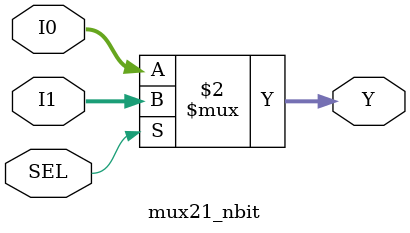
<source format=v>
module mux21_nbit(I0, I1, SEL, Y);
  parameter N = 2;
  input  [N-1:0] I0, I1;
  input  SEL;
  output [N-1:0] Y;
  wor [N-1:0] Y;
  wire [N-1:0] I0g, I1g;

  assign Y = (SEL==1) ? I1 : I0;
endmodule

</source>
